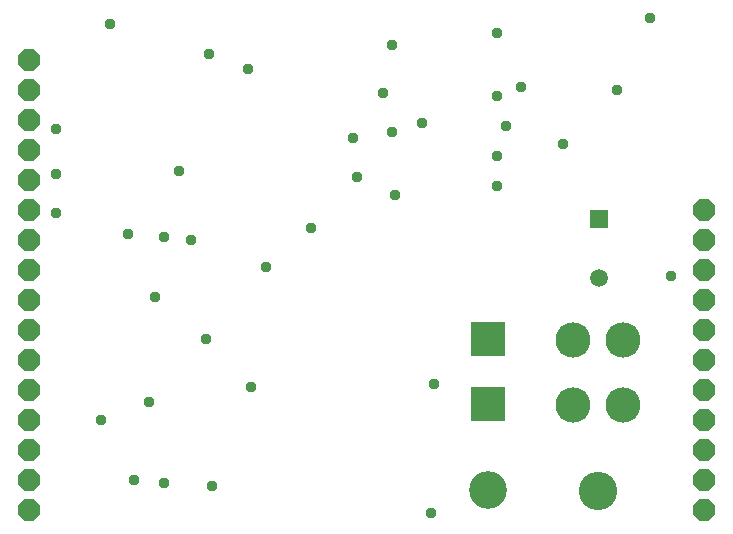
<source format=gbr>
G04 EAGLE Gerber RS-274X export*
G75*
%MOMM*%
%FSLAX34Y34*%
%LPD*%
%INSoldermask Bottom*%
%IPPOS*%
%AMOC8*
5,1,8,0,0,1.08239X$1,22.5*%
G01*
%ADD10P,1.951982X8X22.500000*%
%ADD11C,2.978200*%
%ADD12C,3.253200*%
%ADD13R,2.908300X2.908300*%
%ADD14C,3.200400*%
%ADD15R,1.511200X1.511200*%
%ADD16C,1.511200*%
%ADD17C,0.959600*%


D10*
X33020Y60960D03*
X33020Y86360D03*
X33020Y111760D03*
X33020Y137160D03*
X33020Y162560D03*
X33020Y187960D03*
X33020Y213360D03*
X33020Y238760D03*
X33020Y264160D03*
X33020Y289560D03*
X33020Y314960D03*
X33020Y340360D03*
X33020Y365760D03*
X33020Y391160D03*
X33020Y416560D03*
X33020Y441960D03*
X604520Y60960D03*
X604520Y86360D03*
X604520Y111760D03*
X604520Y137160D03*
X604520Y162560D03*
X604520Y187960D03*
X604520Y213360D03*
X604520Y238760D03*
X604520Y264160D03*
X604520Y289560D03*
X604520Y314960D03*
D11*
X535940Y149860D03*
X493940Y149860D03*
X535940Y204860D03*
X493940Y204860D03*
D12*
X514940Y76860D03*
D13*
X422008Y150546D03*
D14*
X422008Y77648D03*
D13*
X422008Y205664D03*
D15*
X515620Y307340D03*
D16*
X515620Y257340D03*
D17*
X233680Y266700D03*
X93980Y137160D03*
X271780Y299720D03*
X55880Y383540D03*
X160020Y347980D03*
X170180Y289560D03*
X55880Y345440D03*
X121920Y86360D03*
X220980Y165100D03*
X373380Y58420D03*
X182880Y205740D03*
X187960Y81280D03*
X55880Y312420D03*
X101600Y472440D03*
X375920Y167640D03*
X218440Y434340D03*
X147320Y292100D03*
X139700Y241300D03*
X576580Y259080D03*
X436880Y386080D03*
X449580Y419100D03*
X530860Y416560D03*
X558800Y477520D03*
X134620Y152400D03*
X116840Y294640D03*
X147320Y83820D03*
X485140Y370840D03*
X429260Y335280D03*
X429260Y360680D03*
X429260Y411480D03*
X429260Y464820D03*
X185420Y447040D03*
X340360Y454660D03*
X340360Y381000D03*
X342900Y327660D03*
X365760Y388620D03*
X310718Y342900D03*
X307340Y375920D03*
X333068Y414020D03*
M02*

</source>
